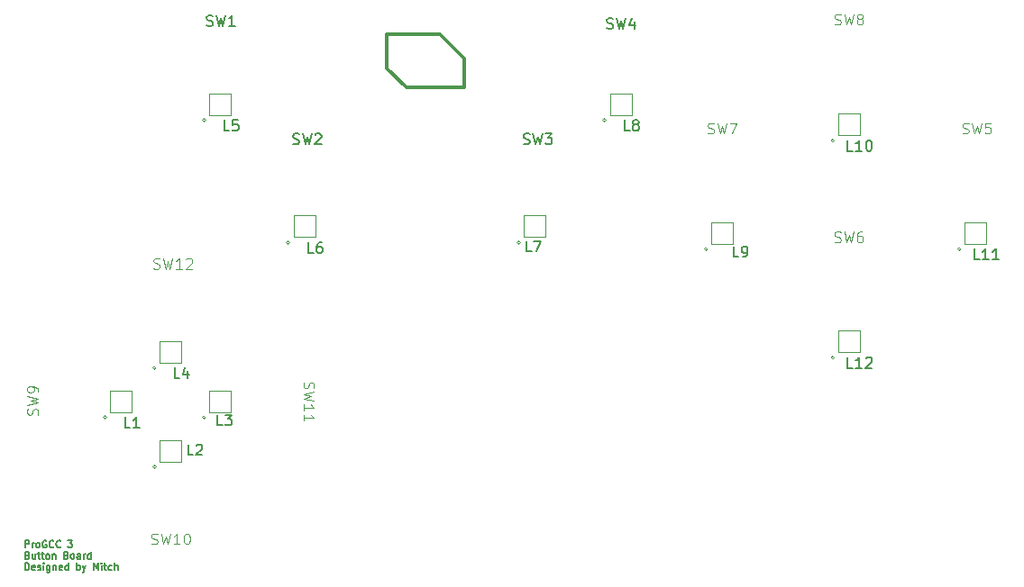
<source format=gbr>
G04 #@! TF.GenerationSoftware,KiCad,Pcbnew,7.0.2*
G04 #@! TF.CreationDate,2023-05-26T20:48:34-07:00*
G04 #@! TF.ProjectId,procon_gcc_button_board,70726f63-6f6e-45f6-9763-635f62757474,rev?*
G04 #@! TF.SameCoordinates,Original*
G04 #@! TF.FileFunction,Legend,Top*
G04 #@! TF.FilePolarity,Positive*
%FSLAX46Y46*%
G04 Gerber Fmt 4.6, Leading zero omitted, Abs format (unit mm)*
G04 Created by KiCad (PCBNEW 7.0.2) date 2023-05-26 20:48:34*
%MOMM*%
%LPD*%
G01*
G04 APERTURE LIST*
%ADD10C,0.150000*%
%ADD11C,0.100000*%
%ADD12C,0.350000*%
%ADD13C,0.120000*%
G04 APERTURE END LIST*
D10*
X105818761Y-164184452D02*
X105818761Y-163534452D01*
X105818761Y-163534452D02*
X106066380Y-163534452D01*
X106066380Y-163534452D02*
X106128285Y-163565404D01*
X106128285Y-163565404D02*
X106159238Y-163596357D01*
X106159238Y-163596357D02*
X106190190Y-163658261D01*
X106190190Y-163658261D02*
X106190190Y-163751119D01*
X106190190Y-163751119D02*
X106159238Y-163813023D01*
X106159238Y-163813023D02*
X106128285Y-163843976D01*
X106128285Y-163843976D02*
X106066380Y-163874928D01*
X106066380Y-163874928D02*
X105818761Y-163874928D01*
X106468761Y-164184452D02*
X106468761Y-163751119D01*
X106468761Y-163874928D02*
X106499714Y-163813023D01*
X106499714Y-163813023D02*
X106530666Y-163782071D01*
X106530666Y-163782071D02*
X106592571Y-163751119D01*
X106592571Y-163751119D02*
X106654476Y-163751119D01*
X106964000Y-164184452D02*
X106902095Y-164153500D01*
X106902095Y-164153500D02*
X106871142Y-164122547D01*
X106871142Y-164122547D02*
X106840190Y-164060642D01*
X106840190Y-164060642D02*
X106840190Y-163874928D01*
X106840190Y-163874928D02*
X106871142Y-163813023D01*
X106871142Y-163813023D02*
X106902095Y-163782071D01*
X106902095Y-163782071D02*
X106964000Y-163751119D01*
X106964000Y-163751119D02*
X107056857Y-163751119D01*
X107056857Y-163751119D02*
X107118761Y-163782071D01*
X107118761Y-163782071D02*
X107149714Y-163813023D01*
X107149714Y-163813023D02*
X107180666Y-163874928D01*
X107180666Y-163874928D02*
X107180666Y-164060642D01*
X107180666Y-164060642D02*
X107149714Y-164122547D01*
X107149714Y-164122547D02*
X107118761Y-164153500D01*
X107118761Y-164153500D02*
X107056857Y-164184452D01*
X107056857Y-164184452D02*
X106964000Y-164184452D01*
X107799714Y-163565404D02*
X107737809Y-163534452D01*
X107737809Y-163534452D02*
X107644952Y-163534452D01*
X107644952Y-163534452D02*
X107552095Y-163565404D01*
X107552095Y-163565404D02*
X107490190Y-163627309D01*
X107490190Y-163627309D02*
X107459237Y-163689214D01*
X107459237Y-163689214D02*
X107428285Y-163813023D01*
X107428285Y-163813023D02*
X107428285Y-163905880D01*
X107428285Y-163905880D02*
X107459237Y-164029690D01*
X107459237Y-164029690D02*
X107490190Y-164091595D01*
X107490190Y-164091595D02*
X107552095Y-164153500D01*
X107552095Y-164153500D02*
X107644952Y-164184452D01*
X107644952Y-164184452D02*
X107706856Y-164184452D01*
X107706856Y-164184452D02*
X107799714Y-164153500D01*
X107799714Y-164153500D02*
X107830666Y-164122547D01*
X107830666Y-164122547D02*
X107830666Y-163905880D01*
X107830666Y-163905880D02*
X107706856Y-163905880D01*
X108480666Y-164122547D02*
X108449714Y-164153500D01*
X108449714Y-164153500D02*
X108356856Y-164184452D01*
X108356856Y-164184452D02*
X108294952Y-164184452D01*
X108294952Y-164184452D02*
X108202095Y-164153500D01*
X108202095Y-164153500D02*
X108140190Y-164091595D01*
X108140190Y-164091595D02*
X108109237Y-164029690D01*
X108109237Y-164029690D02*
X108078285Y-163905880D01*
X108078285Y-163905880D02*
X108078285Y-163813023D01*
X108078285Y-163813023D02*
X108109237Y-163689214D01*
X108109237Y-163689214D02*
X108140190Y-163627309D01*
X108140190Y-163627309D02*
X108202095Y-163565404D01*
X108202095Y-163565404D02*
X108294952Y-163534452D01*
X108294952Y-163534452D02*
X108356856Y-163534452D01*
X108356856Y-163534452D02*
X108449714Y-163565404D01*
X108449714Y-163565404D02*
X108480666Y-163596357D01*
X109130666Y-164122547D02*
X109099714Y-164153500D01*
X109099714Y-164153500D02*
X109006856Y-164184452D01*
X109006856Y-164184452D02*
X108944952Y-164184452D01*
X108944952Y-164184452D02*
X108852095Y-164153500D01*
X108852095Y-164153500D02*
X108790190Y-164091595D01*
X108790190Y-164091595D02*
X108759237Y-164029690D01*
X108759237Y-164029690D02*
X108728285Y-163905880D01*
X108728285Y-163905880D02*
X108728285Y-163813023D01*
X108728285Y-163813023D02*
X108759237Y-163689214D01*
X108759237Y-163689214D02*
X108790190Y-163627309D01*
X108790190Y-163627309D02*
X108852095Y-163565404D01*
X108852095Y-163565404D02*
X108944952Y-163534452D01*
X108944952Y-163534452D02*
X109006856Y-163534452D01*
X109006856Y-163534452D02*
X109099714Y-163565404D01*
X109099714Y-163565404D02*
X109130666Y-163596357D01*
X109842571Y-163534452D02*
X110244952Y-163534452D01*
X110244952Y-163534452D02*
X110028285Y-163782071D01*
X110028285Y-163782071D02*
X110121142Y-163782071D01*
X110121142Y-163782071D02*
X110183047Y-163813023D01*
X110183047Y-163813023D02*
X110213999Y-163843976D01*
X110213999Y-163843976D02*
X110244952Y-163905880D01*
X110244952Y-163905880D02*
X110244952Y-164060642D01*
X110244952Y-164060642D02*
X110213999Y-164122547D01*
X110213999Y-164122547D02*
X110183047Y-164153500D01*
X110183047Y-164153500D02*
X110121142Y-164184452D01*
X110121142Y-164184452D02*
X109935428Y-164184452D01*
X109935428Y-164184452D02*
X109873523Y-164153500D01*
X109873523Y-164153500D02*
X109842571Y-164122547D01*
X106035428Y-164896976D02*
X106128285Y-164927928D01*
X106128285Y-164927928D02*
X106159238Y-164958880D01*
X106159238Y-164958880D02*
X106190190Y-165020785D01*
X106190190Y-165020785D02*
X106190190Y-165113642D01*
X106190190Y-165113642D02*
X106159238Y-165175547D01*
X106159238Y-165175547D02*
X106128285Y-165206500D01*
X106128285Y-165206500D02*
X106066380Y-165237452D01*
X106066380Y-165237452D02*
X105818761Y-165237452D01*
X105818761Y-165237452D02*
X105818761Y-164587452D01*
X105818761Y-164587452D02*
X106035428Y-164587452D01*
X106035428Y-164587452D02*
X106097333Y-164618404D01*
X106097333Y-164618404D02*
X106128285Y-164649357D01*
X106128285Y-164649357D02*
X106159238Y-164711261D01*
X106159238Y-164711261D02*
X106159238Y-164773166D01*
X106159238Y-164773166D02*
X106128285Y-164835071D01*
X106128285Y-164835071D02*
X106097333Y-164866023D01*
X106097333Y-164866023D02*
X106035428Y-164896976D01*
X106035428Y-164896976D02*
X105818761Y-164896976D01*
X106747333Y-164804119D02*
X106747333Y-165237452D01*
X106468761Y-164804119D02*
X106468761Y-165144595D01*
X106468761Y-165144595D02*
X106499714Y-165206500D01*
X106499714Y-165206500D02*
X106561619Y-165237452D01*
X106561619Y-165237452D02*
X106654476Y-165237452D01*
X106654476Y-165237452D02*
X106716380Y-165206500D01*
X106716380Y-165206500D02*
X106747333Y-165175547D01*
X106963999Y-164804119D02*
X107211618Y-164804119D01*
X107056856Y-164587452D02*
X107056856Y-165144595D01*
X107056856Y-165144595D02*
X107087809Y-165206500D01*
X107087809Y-165206500D02*
X107149714Y-165237452D01*
X107149714Y-165237452D02*
X107211618Y-165237452D01*
X107335428Y-164804119D02*
X107583047Y-164804119D01*
X107428285Y-164587452D02*
X107428285Y-165144595D01*
X107428285Y-165144595D02*
X107459238Y-165206500D01*
X107459238Y-165206500D02*
X107521143Y-165237452D01*
X107521143Y-165237452D02*
X107583047Y-165237452D01*
X107892572Y-165237452D02*
X107830667Y-165206500D01*
X107830667Y-165206500D02*
X107799714Y-165175547D01*
X107799714Y-165175547D02*
X107768762Y-165113642D01*
X107768762Y-165113642D02*
X107768762Y-164927928D01*
X107768762Y-164927928D02*
X107799714Y-164866023D01*
X107799714Y-164866023D02*
X107830667Y-164835071D01*
X107830667Y-164835071D02*
X107892572Y-164804119D01*
X107892572Y-164804119D02*
X107985429Y-164804119D01*
X107985429Y-164804119D02*
X108047333Y-164835071D01*
X108047333Y-164835071D02*
X108078286Y-164866023D01*
X108078286Y-164866023D02*
X108109238Y-164927928D01*
X108109238Y-164927928D02*
X108109238Y-165113642D01*
X108109238Y-165113642D02*
X108078286Y-165175547D01*
X108078286Y-165175547D02*
X108047333Y-165206500D01*
X108047333Y-165206500D02*
X107985429Y-165237452D01*
X107985429Y-165237452D02*
X107892572Y-165237452D01*
X108387809Y-164804119D02*
X108387809Y-165237452D01*
X108387809Y-164866023D02*
X108418762Y-164835071D01*
X108418762Y-164835071D02*
X108480667Y-164804119D01*
X108480667Y-164804119D02*
X108573524Y-164804119D01*
X108573524Y-164804119D02*
X108635428Y-164835071D01*
X108635428Y-164835071D02*
X108666381Y-164896976D01*
X108666381Y-164896976D02*
X108666381Y-165237452D01*
X109687809Y-164896976D02*
X109780666Y-164927928D01*
X109780666Y-164927928D02*
X109811619Y-164958880D01*
X109811619Y-164958880D02*
X109842571Y-165020785D01*
X109842571Y-165020785D02*
X109842571Y-165113642D01*
X109842571Y-165113642D02*
X109811619Y-165175547D01*
X109811619Y-165175547D02*
X109780666Y-165206500D01*
X109780666Y-165206500D02*
X109718761Y-165237452D01*
X109718761Y-165237452D02*
X109471142Y-165237452D01*
X109471142Y-165237452D02*
X109471142Y-164587452D01*
X109471142Y-164587452D02*
X109687809Y-164587452D01*
X109687809Y-164587452D02*
X109749714Y-164618404D01*
X109749714Y-164618404D02*
X109780666Y-164649357D01*
X109780666Y-164649357D02*
X109811619Y-164711261D01*
X109811619Y-164711261D02*
X109811619Y-164773166D01*
X109811619Y-164773166D02*
X109780666Y-164835071D01*
X109780666Y-164835071D02*
X109749714Y-164866023D01*
X109749714Y-164866023D02*
X109687809Y-164896976D01*
X109687809Y-164896976D02*
X109471142Y-164896976D01*
X110214000Y-165237452D02*
X110152095Y-165206500D01*
X110152095Y-165206500D02*
X110121142Y-165175547D01*
X110121142Y-165175547D02*
X110090190Y-165113642D01*
X110090190Y-165113642D02*
X110090190Y-164927928D01*
X110090190Y-164927928D02*
X110121142Y-164866023D01*
X110121142Y-164866023D02*
X110152095Y-164835071D01*
X110152095Y-164835071D02*
X110214000Y-164804119D01*
X110214000Y-164804119D02*
X110306857Y-164804119D01*
X110306857Y-164804119D02*
X110368761Y-164835071D01*
X110368761Y-164835071D02*
X110399714Y-164866023D01*
X110399714Y-164866023D02*
X110430666Y-164927928D01*
X110430666Y-164927928D02*
X110430666Y-165113642D01*
X110430666Y-165113642D02*
X110399714Y-165175547D01*
X110399714Y-165175547D02*
X110368761Y-165206500D01*
X110368761Y-165206500D02*
X110306857Y-165237452D01*
X110306857Y-165237452D02*
X110214000Y-165237452D01*
X110987809Y-165237452D02*
X110987809Y-164896976D01*
X110987809Y-164896976D02*
X110956856Y-164835071D01*
X110956856Y-164835071D02*
X110894952Y-164804119D01*
X110894952Y-164804119D02*
X110771142Y-164804119D01*
X110771142Y-164804119D02*
X110709237Y-164835071D01*
X110987809Y-165206500D02*
X110925904Y-165237452D01*
X110925904Y-165237452D02*
X110771142Y-165237452D01*
X110771142Y-165237452D02*
X110709237Y-165206500D01*
X110709237Y-165206500D02*
X110678285Y-165144595D01*
X110678285Y-165144595D02*
X110678285Y-165082690D01*
X110678285Y-165082690D02*
X110709237Y-165020785D01*
X110709237Y-165020785D02*
X110771142Y-164989833D01*
X110771142Y-164989833D02*
X110925904Y-164989833D01*
X110925904Y-164989833D02*
X110987809Y-164958880D01*
X111297332Y-165237452D02*
X111297332Y-164804119D01*
X111297332Y-164927928D02*
X111328285Y-164866023D01*
X111328285Y-164866023D02*
X111359237Y-164835071D01*
X111359237Y-164835071D02*
X111421142Y-164804119D01*
X111421142Y-164804119D02*
X111483047Y-164804119D01*
X111978285Y-165237452D02*
X111978285Y-164587452D01*
X111978285Y-165206500D02*
X111916380Y-165237452D01*
X111916380Y-165237452D02*
X111792571Y-165237452D01*
X111792571Y-165237452D02*
X111730666Y-165206500D01*
X111730666Y-165206500D02*
X111699713Y-165175547D01*
X111699713Y-165175547D02*
X111668761Y-165113642D01*
X111668761Y-165113642D02*
X111668761Y-164927928D01*
X111668761Y-164927928D02*
X111699713Y-164866023D01*
X111699713Y-164866023D02*
X111730666Y-164835071D01*
X111730666Y-164835071D02*
X111792571Y-164804119D01*
X111792571Y-164804119D02*
X111916380Y-164804119D01*
X111916380Y-164804119D02*
X111978285Y-164835071D01*
X105818761Y-166290452D02*
X105818761Y-165640452D01*
X105818761Y-165640452D02*
X105973523Y-165640452D01*
X105973523Y-165640452D02*
X106066380Y-165671404D01*
X106066380Y-165671404D02*
X106128285Y-165733309D01*
X106128285Y-165733309D02*
X106159238Y-165795214D01*
X106159238Y-165795214D02*
X106190190Y-165919023D01*
X106190190Y-165919023D02*
X106190190Y-166011880D01*
X106190190Y-166011880D02*
X106159238Y-166135690D01*
X106159238Y-166135690D02*
X106128285Y-166197595D01*
X106128285Y-166197595D02*
X106066380Y-166259500D01*
X106066380Y-166259500D02*
X105973523Y-166290452D01*
X105973523Y-166290452D02*
X105818761Y-166290452D01*
X106716380Y-166259500D02*
X106654476Y-166290452D01*
X106654476Y-166290452D02*
X106530666Y-166290452D01*
X106530666Y-166290452D02*
X106468761Y-166259500D01*
X106468761Y-166259500D02*
X106437809Y-166197595D01*
X106437809Y-166197595D02*
X106437809Y-165949976D01*
X106437809Y-165949976D02*
X106468761Y-165888071D01*
X106468761Y-165888071D02*
X106530666Y-165857119D01*
X106530666Y-165857119D02*
X106654476Y-165857119D01*
X106654476Y-165857119D02*
X106716380Y-165888071D01*
X106716380Y-165888071D02*
X106747333Y-165949976D01*
X106747333Y-165949976D02*
X106747333Y-166011880D01*
X106747333Y-166011880D02*
X106437809Y-166073785D01*
X106994952Y-166259500D02*
X107056857Y-166290452D01*
X107056857Y-166290452D02*
X107180666Y-166290452D01*
X107180666Y-166290452D02*
X107242571Y-166259500D01*
X107242571Y-166259500D02*
X107273523Y-166197595D01*
X107273523Y-166197595D02*
X107273523Y-166166642D01*
X107273523Y-166166642D02*
X107242571Y-166104738D01*
X107242571Y-166104738D02*
X107180666Y-166073785D01*
X107180666Y-166073785D02*
X107087809Y-166073785D01*
X107087809Y-166073785D02*
X107025904Y-166042833D01*
X107025904Y-166042833D02*
X106994952Y-165980928D01*
X106994952Y-165980928D02*
X106994952Y-165949976D01*
X106994952Y-165949976D02*
X107025904Y-165888071D01*
X107025904Y-165888071D02*
X107087809Y-165857119D01*
X107087809Y-165857119D02*
X107180666Y-165857119D01*
X107180666Y-165857119D02*
X107242571Y-165888071D01*
X107552094Y-166290452D02*
X107552094Y-165857119D01*
X107552094Y-165640452D02*
X107521142Y-165671404D01*
X107521142Y-165671404D02*
X107552094Y-165702357D01*
X107552094Y-165702357D02*
X107583047Y-165671404D01*
X107583047Y-165671404D02*
X107552094Y-165640452D01*
X107552094Y-165640452D02*
X107552094Y-165702357D01*
X108140190Y-165857119D02*
X108140190Y-166383309D01*
X108140190Y-166383309D02*
X108109237Y-166445214D01*
X108109237Y-166445214D02*
X108078285Y-166476166D01*
X108078285Y-166476166D02*
X108016380Y-166507119D01*
X108016380Y-166507119D02*
X107923523Y-166507119D01*
X107923523Y-166507119D02*
X107861618Y-166476166D01*
X108140190Y-166259500D02*
X108078285Y-166290452D01*
X108078285Y-166290452D02*
X107954476Y-166290452D01*
X107954476Y-166290452D02*
X107892571Y-166259500D01*
X107892571Y-166259500D02*
X107861618Y-166228547D01*
X107861618Y-166228547D02*
X107830666Y-166166642D01*
X107830666Y-166166642D02*
X107830666Y-165980928D01*
X107830666Y-165980928D02*
X107861618Y-165919023D01*
X107861618Y-165919023D02*
X107892571Y-165888071D01*
X107892571Y-165888071D02*
X107954476Y-165857119D01*
X107954476Y-165857119D02*
X108078285Y-165857119D01*
X108078285Y-165857119D02*
X108140190Y-165888071D01*
X108449713Y-165857119D02*
X108449713Y-166290452D01*
X108449713Y-165919023D02*
X108480666Y-165888071D01*
X108480666Y-165888071D02*
X108542571Y-165857119D01*
X108542571Y-165857119D02*
X108635428Y-165857119D01*
X108635428Y-165857119D02*
X108697332Y-165888071D01*
X108697332Y-165888071D02*
X108728285Y-165949976D01*
X108728285Y-165949976D02*
X108728285Y-166290452D01*
X109285427Y-166259500D02*
X109223523Y-166290452D01*
X109223523Y-166290452D02*
X109099713Y-166290452D01*
X109099713Y-166290452D02*
X109037808Y-166259500D01*
X109037808Y-166259500D02*
X109006856Y-166197595D01*
X109006856Y-166197595D02*
X109006856Y-165949976D01*
X109006856Y-165949976D02*
X109037808Y-165888071D01*
X109037808Y-165888071D02*
X109099713Y-165857119D01*
X109099713Y-165857119D02*
X109223523Y-165857119D01*
X109223523Y-165857119D02*
X109285427Y-165888071D01*
X109285427Y-165888071D02*
X109316380Y-165949976D01*
X109316380Y-165949976D02*
X109316380Y-166011880D01*
X109316380Y-166011880D02*
X109006856Y-166073785D01*
X109873523Y-166290452D02*
X109873523Y-165640452D01*
X109873523Y-166259500D02*
X109811618Y-166290452D01*
X109811618Y-166290452D02*
X109687809Y-166290452D01*
X109687809Y-166290452D02*
X109625904Y-166259500D01*
X109625904Y-166259500D02*
X109594951Y-166228547D01*
X109594951Y-166228547D02*
X109563999Y-166166642D01*
X109563999Y-166166642D02*
X109563999Y-165980928D01*
X109563999Y-165980928D02*
X109594951Y-165919023D01*
X109594951Y-165919023D02*
X109625904Y-165888071D01*
X109625904Y-165888071D02*
X109687809Y-165857119D01*
X109687809Y-165857119D02*
X109811618Y-165857119D01*
X109811618Y-165857119D02*
X109873523Y-165888071D01*
X110678284Y-166290452D02*
X110678284Y-165640452D01*
X110678284Y-165888071D02*
X110740189Y-165857119D01*
X110740189Y-165857119D02*
X110863999Y-165857119D01*
X110863999Y-165857119D02*
X110925903Y-165888071D01*
X110925903Y-165888071D02*
X110956856Y-165919023D01*
X110956856Y-165919023D02*
X110987808Y-165980928D01*
X110987808Y-165980928D02*
X110987808Y-166166642D01*
X110987808Y-166166642D02*
X110956856Y-166228547D01*
X110956856Y-166228547D02*
X110925903Y-166259500D01*
X110925903Y-166259500D02*
X110863999Y-166290452D01*
X110863999Y-166290452D02*
X110740189Y-166290452D01*
X110740189Y-166290452D02*
X110678284Y-166259500D01*
X111204475Y-165857119D02*
X111359237Y-166290452D01*
X111513998Y-165857119D02*
X111359237Y-166290452D01*
X111359237Y-166290452D02*
X111297332Y-166445214D01*
X111297332Y-166445214D02*
X111266379Y-166476166D01*
X111266379Y-166476166D02*
X111204475Y-166507119D01*
X112256855Y-166290452D02*
X112256855Y-165640452D01*
X112256855Y-165640452D02*
X112473522Y-166104738D01*
X112473522Y-166104738D02*
X112690189Y-165640452D01*
X112690189Y-165640452D02*
X112690189Y-166290452D01*
X112999712Y-166290452D02*
X112999712Y-165857119D01*
X112999712Y-165640452D02*
X112968760Y-165671404D01*
X112968760Y-165671404D02*
X112999712Y-165702357D01*
X112999712Y-165702357D02*
X113030665Y-165671404D01*
X113030665Y-165671404D02*
X112999712Y-165640452D01*
X112999712Y-165640452D02*
X112999712Y-165702357D01*
X113216379Y-165857119D02*
X113463998Y-165857119D01*
X113309236Y-165640452D02*
X113309236Y-166197595D01*
X113309236Y-166197595D02*
X113340189Y-166259500D01*
X113340189Y-166259500D02*
X113402094Y-166290452D01*
X113402094Y-166290452D02*
X113463998Y-166290452D01*
X113959237Y-166259500D02*
X113897332Y-166290452D01*
X113897332Y-166290452D02*
X113773523Y-166290452D01*
X113773523Y-166290452D02*
X113711618Y-166259500D01*
X113711618Y-166259500D02*
X113680665Y-166228547D01*
X113680665Y-166228547D02*
X113649713Y-166166642D01*
X113649713Y-166166642D02*
X113649713Y-165980928D01*
X113649713Y-165980928D02*
X113680665Y-165919023D01*
X113680665Y-165919023D02*
X113711618Y-165888071D01*
X113711618Y-165888071D02*
X113773523Y-165857119D01*
X113773523Y-165857119D02*
X113897332Y-165857119D01*
X113897332Y-165857119D02*
X113959237Y-165888071D01*
X114237808Y-166290452D02*
X114237808Y-165640452D01*
X114516380Y-166290452D02*
X114516380Y-165949976D01*
X114516380Y-165949976D02*
X114485427Y-165888071D01*
X114485427Y-165888071D02*
X114423523Y-165857119D01*
X114423523Y-165857119D02*
X114330666Y-165857119D01*
X114330666Y-165857119D02*
X114268761Y-165888071D01*
X114268761Y-165888071D02*
X114237808Y-165919023D01*
X160464667Y-115350000D02*
X160607524Y-115397619D01*
X160607524Y-115397619D02*
X160845619Y-115397619D01*
X160845619Y-115397619D02*
X160940857Y-115350000D01*
X160940857Y-115350000D02*
X160988476Y-115302380D01*
X160988476Y-115302380D02*
X161036095Y-115207142D01*
X161036095Y-115207142D02*
X161036095Y-115111904D01*
X161036095Y-115111904D02*
X160988476Y-115016666D01*
X160988476Y-115016666D02*
X160940857Y-114969047D01*
X160940857Y-114969047D02*
X160845619Y-114921428D01*
X160845619Y-114921428D02*
X160655143Y-114873809D01*
X160655143Y-114873809D02*
X160559905Y-114826190D01*
X160559905Y-114826190D02*
X160512286Y-114778571D01*
X160512286Y-114778571D02*
X160464667Y-114683333D01*
X160464667Y-114683333D02*
X160464667Y-114588095D01*
X160464667Y-114588095D02*
X160512286Y-114492857D01*
X160512286Y-114492857D02*
X160559905Y-114445238D01*
X160559905Y-114445238D02*
X160655143Y-114397619D01*
X160655143Y-114397619D02*
X160893238Y-114397619D01*
X160893238Y-114397619D02*
X161036095Y-114445238D01*
X161369429Y-114397619D02*
X161607524Y-115397619D01*
X161607524Y-115397619D02*
X161798000Y-114683333D01*
X161798000Y-114683333D02*
X161988476Y-115397619D01*
X161988476Y-115397619D02*
X162226572Y-114397619D01*
X163036095Y-114730952D02*
X163036095Y-115397619D01*
X162798000Y-114350000D02*
X162559905Y-115064285D01*
X162559905Y-115064285D02*
X163178952Y-115064285D01*
X130974667Y-126211000D02*
X131117524Y-126258619D01*
X131117524Y-126258619D02*
X131355619Y-126258619D01*
X131355619Y-126258619D02*
X131450857Y-126211000D01*
X131450857Y-126211000D02*
X131498476Y-126163380D01*
X131498476Y-126163380D02*
X131546095Y-126068142D01*
X131546095Y-126068142D02*
X131546095Y-125972904D01*
X131546095Y-125972904D02*
X131498476Y-125877666D01*
X131498476Y-125877666D02*
X131450857Y-125830047D01*
X131450857Y-125830047D02*
X131355619Y-125782428D01*
X131355619Y-125782428D02*
X131165143Y-125734809D01*
X131165143Y-125734809D02*
X131069905Y-125687190D01*
X131069905Y-125687190D02*
X131022286Y-125639571D01*
X131022286Y-125639571D02*
X130974667Y-125544333D01*
X130974667Y-125544333D02*
X130974667Y-125449095D01*
X130974667Y-125449095D02*
X131022286Y-125353857D01*
X131022286Y-125353857D02*
X131069905Y-125306238D01*
X131069905Y-125306238D02*
X131165143Y-125258619D01*
X131165143Y-125258619D02*
X131403238Y-125258619D01*
X131403238Y-125258619D02*
X131546095Y-125306238D01*
X131879429Y-125258619D02*
X132117524Y-126258619D01*
X132117524Y-126258619D02*
X132308000Y-125544333D01*
X132308000Y-125544333D02*
X132498476Y-126258619D01*
X132498476Y-126258619D02*
X132736572Y-125258619D01*
X133069905Y-125353857D02*
X133117524Y-125306238D01*
X133117524Y-125306238D02*
X133212762Y-125258619D01*
X133212762Y-125258619D02*
X133450857Y-125258619D01*
X133450857Y-125258619D02*
X133546095Y-125306238D01*
X133546095Y-125306238D02*
X133593714Y-125353857D01*
X133593714Y-125353857D02*
X133641333Y-125449095D01*
X133641333Y-125449095D02*
X133641333Y-125544333D01*
X133641333Y-125544333D02*
X133593714Y-125687190D01*
X133593714Y-125687190D02*
X133022286Y-126258619D01*
X133022286Y-126258619D02*
X133641333Y-126258619D01*
X132897333Y-136480619D02*
X132421143Y-136480619D01*
X132421143Y-136480619D02*
X132421143Y-135480619D01*
X133659238Y-135480619D02*
X133468762Y-135480619D01*
X133468762Y-135480619D02*
X133373524Y-135528238D01*
X133373524Y-135528238D02*
X133325905Y-135575857D01*
X133325905Y-135575857D02*
X133230667Y-135718714D01*
X133230667Y-135718714D02*
X133183048Y-135909190D01*
X133183048Y-135909190D02*
X133183048Y-136290142D01*
X133183048Y-136290142D02*
X133230667Y-136385380D01*
X133230667Y-136385380D02*
X133278286Y-136433000D01*
X133278286Y-136433000D02*
X133373524Y-136480619D01*
X133373524Y-136480619D02*
X133564000Y-136480619D01*
X133564000Y-136480619D02*
X133659238Y-136433000D01*
X133659238Y-136433000D02*
X133706857Y-136385380D01*
X133706857Y-136385380D02*
X133754476Y-136290142D01*
X133754476Y-136290142D02*
X133754476Y-136052047D01*
X133754476Y-136052047D02*
X133706857Y-135956809D01*
X133706857Y-135956809D02*
X133659238Y-135909190D01*
X133659238Y-135909190D02*
X133564000Y-135861571D01*
X133564000Y-135861571D02*
X133373524Y-135861571D01*
X133373524Y-135861571D02*
X133278286Y-135909190D01*
X133278286Y-135909190D02*
X133230667Y-135956809D01*
X133230667Y-135956809D02*
X133183048Y-136052047D01*
X122872667Y-115096000D02*
X123015524Y-115143619D01*
X123015524Y-115143619D02*
X123253619Y-115143619D01*
X123253619Y-115143619D02*
X123348857Y-115096000D01*
X123348857Y-115096000D02*
X123396476Y-115048380D01*
X123396476Y-115048380D02*
X123444095Y-114953142D01*
X123444095Y-114953142D02*
X123444095Y-114857904D01*
X123444095Y-114857904D02*
X123396476Y-114762666D01*
X123396476Y-114762666D02*
X123348857Y-114715047D01*
X123348857Y-114715047D02*
X123253619Y-114667428D01*
X123253619Y-114667428D02*
X123063143Y-114619809D01*
X123063143Y-114619809D02*
X122967905Y-114572190D01*
X122967905Y-114572190D02*
X122920286Y-114524571D01*
X122920286Y-114524571D02*
X122872667Y-114429333D01*
X122872667Y-114429333D02*
X122872667Y-114334095D01*
X122872667Y-114334095D02*
X122920286Y-114238857D01*
X122920286Y-114238857D02*
X122967905Y-114191238D01*
X122967905Y-114191238D02*
X123063143Y-114143619D01*
X123063143Y-114143619D02*
X123301238Y-114143619D01*
X123301238Y-114143619D02*
X123444095Y-114191238D01*
X123777429Y-114143619D02*
X124015524Y-115143619D01*
X124015524Y-115143619D02*
X124206000Y-114429333D01*
X124206000Y-114429333D02*
X124396476Y-115143619D01*
X124396476Y-115143619D02*
X124634572Y-114143619D01*
X125539333Y-115143619D02*
X124967905Y-115143619D01*
X125253619Y-115143619D02*
X125253619Y-114143619D01*
X125253619Y-114143619D02*
X125158381Y-114286476D01*
X125158381Y-114286476D02*
X125063143Y-114381714D01*
X125063143Y-114381714D02*
X124967905Y-114429333D01*
X120327333Y-148265619D02*
X119851143Y-148265619D01*
X119851143Y-148265619D02*
X119851143Y-147265619D01*
X121089238Y-147598952D02*
X121089238Y-148265619D01*
X120851143Y-147218000D02*
X120613048Y-147932285D01*
X120613048Y-147932285D02*
X121232095Y-147932285D01*
X121584153Y-155491659D02*
X121107963Y-155491659D01*
X121107963Y-155491659D02*
X121107963Y-154491659D01*
X121869868Y-154586897D02*
X121917487Y-154539278D01*
X121917487Y-154539278D02*
X122012725Y-154491659D01*
X122012725Y-154491659D02*
X122250820Y-154491659D01*
X122250820Y-154491659D02*
X122346058Y-154539278D01*
X122346058Y-154539278D02*
X122393677Y-154586897D01*
X122393677Y-154586897D02*
X122441296Y-154682135D01*
X122441296Y-154682135D02*
X122441296Y-154777373D01*
X122441296Y-154777373D02*
X122393677Y-154920230D01*
X122393677Y-154920230D02*
X121822249Y-155491659D01*
X121822249Y-155491659D02*
X122441296Y-155491659D01*
X183551142Y-147290619D02*
X183074952Y-147290619D01*
X183074952Y-147290619D02*
X183074952Y-146290619D01*
X184408285Y-147290619D02*
X183836857Y-147290619D01*
X184122571Y-147290619D02*
X184122571Y-146290619D01*
X184122571Y-146290619D02*
X184027333Y-146433476D01*
X184027333Y-146433476D02*
X183932095Y-146528714D01*
X183932095Y-146528714D02*
X183836857Y-146576333D01*
X184789238Y-146385857D02*
X184836857Y-146338238D01*
X184836857Y-146338238D02*
X184932095Y-146290619D01*
X184932095Y-146290619D02*
X185170190Y-146290619D01*
X185170190Y-146290619D02*
X185265428Y-146338238D01*
X185265428Y-146338238D02*
X185313047Y-146385857D01*
X185313047Y-146385857D02*
X185360666Y-146481095D01*
X185360666Y-146481095D02*
X185360666Y-146576333D01*
X185360666Y-146576333D02*
X185313047Y-146719190D01*
X185313047Y-146719190D02*
X184741619Y-147290619D01*
X184741619Y-147290619D02*
X185360666Y-147290619D01*
X124997333Y-124980619D02*
X124521143Y-124980619D01*
X124521143Y-124980619D02*
X124521143Y-123980619D01*
X125806857Y-123980619D02*
X125330667Y-123980619D01*
X125330667Y-123980619D02*
X125283048Y-124456809D01*
X125283048Y-124456809D02*
X125330667Y-124409190D01*
X125330667Y-124409190D02*
X125425905Y-124361571D01*
X125425905Y-124361571D02*
X125664000Y-124361571D01*
X125664000Y-124361571D02*
X125759238Y-124409190D01*
X125759238Y-124409190D02*
X125806857Y-124456809D01*
X125806857Y-124456809D02*
X125854476Y-124552047D01*
X125854476Y-124552047D02*
X125854476Y-124790142D01*
X125854476Y-124790142D02*
X125806857Y-124885380D01*
X125806857Y-124885380D02*
X125759238Y-124933000D01*
X125759238Y-124933000D02*
X125664000Y-124980619D01*
X125664000Y-124980619D02*
X125425905Y-124980619D01*
X125425905Y-124980619D02*
X125330667Y-124933000D01*
X125330667Y-124933000D02*
X125283048Y-124885380D01*
X172807333Y-136860619D02*
X172331143Y-136860619D01*
X172331143Y-136860619D02*
X172331143Y-135860619D01*
X173188286Y-136860619D02*
X173378762Y-136860619D01*
X173378762Y-136860619D02*
X173474000Y-136813000D01*
X173474000Y-136813000D02*
X173521619Y-136765380D01*
X173521619Y-136765380D02*
X173616857Y-136622523D01*
X173616857Y-136622523D02*
X173664476Y-136432047D01*
X173664476Y-136432047D02*
X173664476Y-136051095D01*
X173664476Y-136051095D02*
X173616857Y-135955857D01*
X173616857Y-135955857D02*
X173569238Y-135908238D01*
X173569238Y-135908238D02*
X173474000Y-135860619D01*
X173474000Y-135860619D02*
X173283524Y-135860619D01*
X173283524Y-135860619D02*
X173188286Y-135908238D01*
X173188286Y-135908238D02*
X173140667Y-135955857D01*
X173140667Y-135955857D02*
X173093048Y-136051095D01*
X173093048Y-136051095D02*
X173093048Y-136289190D01*
X173093048Y-136289190D02*
X173140667Y-136384428D01*
X173140667Y-136384428D02*
X173188286Y-136432047D01*
X173188286Y-136432047D02*
X173283524Y-136479666D01*
X173283524Y-136479666D02*
X173474000Y-136479666D01*
X173474000Y-136479666D02*
X173569238Y-136432047D01*
X173569238Y-136432047D02*
X173616857Y-136384428D01*
X173616857Y-136384428D02*
X173664476Y-136289190D01*
D11*
X117668476Y-163826040D02*
X117811333Y-163873659D01*
X117811333Y-163873659D02*
X118049428Y-163873659D01*
X118049428Y-163873659D02*
X118144666Y-163826040D01*
X118144666Y-163826040D02*
X118192285Y-163778420D01*
X118192285Y-163778420D02*
X118239904Y-163683182D01*
X118239904Y-163683182D02*
X118239904Y-163587944D01*
X118239904Y-163587944D02*
X118192285Y-163492706D01*
X118192285Y-163492706D02*
X118144666Y-163445087D01*
X118144666Y-163445087D02*
X118049428Y-163397468D01*
X118049428Y-163397468D02*
X117858952Y-163349849D01*
X117858952Y-163349849D02*
X117763714Y-163302230D01*
X117763714Y-163302230D02*
X117716095Y-163254611D01*
X117716095Y-163254611D02*
X117668476Y-163159373D01*
X117668476Y-163159373D02*
X117668476Y-163064135D01*
X117668476Y-163064135D02*
X117716095Y-162968897D01*
X117716095Y-162968897D02*
X117763714Y-162921278D01*
X117763714Y-162921278D02*
X117858952Y-162873659D01*
X117858952Y-162873659D02*
X118097047Y-162873659D01*
X118097047Y-162873659D02*
X118239904Y-162921278D01*
X118573238Y-162873659D02*
X118811333Y-163873659D01*
X118811333Y-163873659D02*
X119001809Y-163159373D01*
X119001809Y-163159373D02*
X119192285Y-163873659D01*
X119192285Y-163873659D02*
X119430381Y-162873659D01*
X120335142Y-163873659D02*
X119763714Y-163873659D01*
X120049428Y-163873659D02*
X120049428Y-162873659D01*
X120049428Y-162873659D02*
X119954190Y-163016516D01*
X119954190Y-163016516D02*
X119858952Y-163111754D01*
X119858952Y-163111754D02*
X119763714Y-163159373D01*
X120954190Y-162873659D02*
X121049428Y-162873659D01*
X121049428Y-162873659D02*
X121144666Y-162921278D01*
X121144666Y-162921278D02*
X121192285Y-162968897D01*
X121192285Y-162968897D02*
X121239904Y-163064135D01*
X121239904Y-163064135D02*
X121287523Y-163254611D01*
X121287523Y-163254611D02*
X121287523Y-163492706D01*
X121287523Y-163492706D02*
X121239904Y-163683182D01*
X121239904Y-163683182D02*
X121192285Y-163778420D01*
X121192285Y-163778420D02*
X121144666Y-163826040D01*
X121144666Y-163826040D02*
X121049428Y-163873659D01*
X121049428Y-163873659D02*
X120954190Y-163873659D01*
X120954190Y-163873659D02*
X120858952Y-163826040D01*
X120858952Y-163826040D02*
X120811333Y-163778420D01*
X120811333Y-163778420D02*
X120763714Y-163683182D01*
X120763714Y-163683182D02*
X120716095Y-163492706D01*
X120716095Y-163492706D02*
X120716095Y-163254611D01*
X120716095Y-163254611D02*
X120763714Y-163064135D01*
X120763714Y-163064135D02*
X120811333Y-162968897D01*
X120811333Y-162968897D02*
X120858952Y-162921278D01*
X120858952Y-162921278D02*
X120954190Y-162873659D01*
D10*
X115677333Y-152915619D02*
X115201143Y-152915619D01*
X115201143Y-152915619D02*
X115201143Y-151915619D01*
X116534476Y-152915619D02*
X115963048Y-152915619D01*
X116248762Y-152915619D02*
X116248762Y-151915619D01*
X116248762Y-151915619D02*
X116153524Y-152058476D01*
X116153524Y-152058476D02*
X116058286Y-152153714D01*
X116058286Y-152153714D02*
X115963048Y-152201333D01*
X124368153Y-152697659D02*
X123891963Y-152697659D01*
X123891963Y-152697659D02*
X123891963Y-151697659D01*
X124606249Y-151697659D02*
X125225296Y-151697659D01*
X125225296Y-151697659D02*
X124891963Y-152078611D01*
X124891963Y-152078611D02*
X125034820Y-152078611D01*
X125034820Y-152078611D02*
X125130058Y-152126230D01*
X125130058Y-152126230D02*
X125177677Y-152173849D01*
X125177677Y-152173849D02*
X125225296Y-152269087D01*
X125225296Y-152269087D02*
X125225296Y-152507182D01*
X125225296Y-152507182D02*
X125177677Y-152602420D01*
X125177677Y-152602420D02*
X125130058Y-152650040D01*
X125130058Y-152650040D02*
X125034820Y-152697659D01*
X125034820Y-152697659D02*
X124749106Y-152697659D01*
X124749106Y-152697659D02*
X124653868Y-152650040D01*
X124653868Y-152650040D02*
X124606249Y-152602420D01*
X195451142Y-137090619D02*
X194974952Y-137090619D01*
X194974952Y-137090619D02*
X194974952Y-136090619D01*
X196308285Y-137090619D02*
X195736857Y-137090619D01*
X196022571Y-137090619D02*
X196022571Y-136090619D01*
X196022571Y-136090619D02*
X195927333Y-136233476D01*
X195927333Y-136233476D02*
X195832095Y-136328714D01*
X195832095Y-136328714D02*
X195736857Y-136376333D01*
X197260666Y-137090619D02*
X196689238Y-137090619D01*
X196974952Y-137090619D02*
X196974952Y-136090619D01*
X196974952Y-136090619D02*
X196879714Y-136233476D01*
X196879714Y-136233476D02*
X196784476Y-136328714D01*
X196784476Y-136328714D02*
X196689238Y-136376333D01*
X153376333Y-136352619D02*
X152900143Y-136352619D01*
X152900143Y-136352619D02*
X152900143Y-135352619D01*
X153614429Y-135352619D02*
X154281095Y-135352619D01*
X154281095Y-135352619D02*
X153852524Y-136352619D01*
D11*
X169944667Y-125207100D02*
X170087524Y-125254719D01*
X170087524Y-125254719D02*
X170325619Y-125254719D01*
X170325619Y-125254719D02*
X170420857Y-125207100D01*
X170420857Y-125207100D02*
X170468476Y-125159480D01*
X170468476Y-125159480D02*
X170516095Y-125064242D01*
X170516095Y-125064242D02*
X170516095Y-124969004D01*
X170516095Y-124969004D02*
X170468476Y-124873766D01*
X170468476Y-124873766D02*
X170420857Y-124826147D01*
X170420857Y-124826147D02*
X170325619Y-124778528D01*
X170325619Y-124778528D02*
X170135143Y-124730909D01*
X170135143Y-124730909D02*
X170039905Y-124683290D01*
X170039905Y-124683290D02*
X169992286Y-124635671D01*
X169992286Y-124635671D02*
X169944667Y-124540433D01*
X169944667Y-124540433D02*
X169944667Y-124445195D01*
X169944667Y-124445195D02*
X169992286Y-124349957D01*
X169992286Y-124349957D02*
X170039905Y-124302338D01*
X170039905Y-124302338D02*
X170135143Y-124254719D01*
X170135143Y-124254719D02*
X170373238Y-124254719D01*
X170373238Y-124254719D02*
X170516095Y-124302338D01*
X170849429Y-124254719D02*
X171087524Y-125254719D01*
X171087524Y-125254719D02*
X171278000Y-124540433D01*
X171278000Y-124540433D02*
X171468476Y-125254719D01*
X171468476Y-125254719D02*
X171706572Y-124254719D01*
X171992286Y-124254719D02*
X172658952Y-124254719D01*
X172658952Y-124254719D02*
X172230381Y-125254719D01*
D10*
X183551142Y-126890619D02*
X183074952Y-126890619D01*
X183074952Y-126890619D02*
X183074952Y-125890619D01*
X184408285Y-126890619D02*
X183836857Y-126890619D01*
X184122571Y-126890619D02*
X184122571Y-125890619D01*
X184122571Y-125890619D02*
X184027333Y-126033476D01*
X184027333Y-126033476D02*
X183932095Y-126128714D01*
X183932095Y-126128714D02*
X183836857Y-126176333D01*
X185027333Y-125890619D02*
X185122571Y-125890619D01*
X185122571Y-125890619D02*
X185217809Y-125938238D01*
X185217809Y-125938238D02*
X185265428Y-125985857D01*
X185265428Y-125985857D02*
X185313047Y-126081095D01*
X185313047Y-126081095D02*
X185360666Y-126271571D01*
X185360666Y-126271571D02*
X185360666Y-126509666D01*
X185360666Y-126509666D02*
X185313047Y-126700142D01*
X185313047Y-126700142D02*
X185265428Y-126795380D01*
X185265428Y-126795380D02*
X185217809Y-126843000D01*
X185217809Y-126843000D02*
X185122571Y-126890619D01*
X185122571Y-126890619D02*
X185027333Y-126890619D01*
X185027333Y-126890619D02*
X184932095Y-126843000D01*
X184932095Y-126843000D02*
X184884476Y-126795380D01*
X184884476Y-126795380D02*
X184836857Y-126700142D01*
X184836857Y-126700142D02*
X184789238Y-126509666D01*
X184789238Y-126509666D02*
X184789238Y-126271571D01*
X184789238Y-126271571D02*
X184836857Y-126081095D01*
X184836857Y-126081095D02*
X184884476Y-125985857D01*
X184884476Y-125985857D02*
X184932095Y-125938238D01*
X184932095Y-125938238D02*
X185027333Y-125890619D01*
D11*
X193859347Y-125207100D02*
X194002204Y-125254719D01*
X194002204Y-125254719D02*
X194240299Y-125254719D01*
X194240299Y-125254719D02*
X194335537Y-125207100D01*
X194335537Y-125207100D02*
X194383156Y-125159480D01*
X194383156Y-125159480D02*
X194430775Y-125064242D01*
X194430775Y-125064242D02*
X194430775Y-124969004D01*
X194430775Y-124969004D02*
X194383156Y-124873766D01*
X194383156Y-124873766D02*
X194335537Y-124826147D01*
X194335537Y-124826147D02*
X194240299Y-124778528D01*
X194240299Y-124778528D02*
X194049823Y-124730909D01*
X194049823Y-124730909D02*
X193954585Y-124683290D01*
X193954585Y-124683290D02*
X193906966Y-124635671D01*
X193906966Y-124635671D02*
X193859347Y-124540433D01*
X193859347Y-124540433D02*
X193859347Y-124445195D01*
X193859347Y-124445195D02*
X193906966Y-124349957D01*
X193906966Y-124349957D02*
X193954585Y-124302338D01*
X193954585Y-124302338D02*
X194049823Y-124254719D01*
X194049823Y-124254719D02*
X194287918Y-124254719D01*
X194287918Y-124254719D02*
X194430775Y-124302338D01*
X194764109Y-124254719D02*
X195002204Y-125254719D01*
X195002204Y-125254719D02*
X195192680Y-124540433D01*
X195192680Y-124540433D02*
X195383156Y-125254719D01*
X195383156Y-125254719D02*
X195621252Y-124254719D01*
X196478394Y-124254719D02*
X196002204Y-124254719D01*
X196002204Y-124254719D02*
X195954585Y-124730909D01*
X195954585Y-124730909D02*
X196002204Y-124683290D01*
X196002204Y-124683290D02*
X196097442Y-124635671D01*
X196097442Y-124635671D02*
X196335537Y-124635671D01*
X196335537Y-124635671D02*
X196430775Y-124683290D01*
X196430775Y-124683290D02*
X196478394Y-124730909D01*
X196478394Y-124730909D02*
X196526013Y-124826147D01*
X196526013Y-124826147D02*
X196526013Y-125064242D01*
X196526013Y-125064242D02*
X196478394Y-125159480D01*
X196478394Y-125159480D02*
X196430775Y-125207100D01*
X196430775Y-125207100D02*
X196335537Y-125254719D01*
X196335537Y-125254719D02*
X196097442Y-125254719D01*
X196097442Y-125254719D02*
X196002204Y-125207100D01*
X196002204Y-125207100D02*
X195954585Y-125159480D01*
X181844667Y-135433000D02*
X181987524Y-135480619D01*
X181987524Y-135480619D02*
X182225619Y-135480619D01*
X182225619Y-135480619D02*
X182320857Y-135433000D01*
X182320857Y-135433000D02*
X182368476Y-135385380D01*
X182368476Y-135385380D02*
X182416095Y-135290142D01*
X182416095Y-135290142D02*
X182416095Y-135194904D01*
X182416095Y-135194904D02*
X182368476Y-135099666D01*
X182368476Y-135099666D02*
X182320857Y-135052047D01*
X182320857Y-135052047D02*
X182225619Y-135004428D01*
X182225619Y-135004428D02*
X182035143Y-134956809D01*
X182035143Y-134956809D02*
X181939905Y-134909190D01*
X181939905Y-134909190D02*
X181892286Y-134861571D01*
X181892286Y-134861571D02*
X181844667Y-134766333D01*
X181844667Y-134766333D02*
X181844667Y-134671095D01*
X181844667Y-134671095D02*
X181892286Y-134575857D01*
X181892286Y-134575857D02*
X181939905Y-134528238D01*
X181939905Y-134528238D02*
X182035143Y-134480619D01*
X182035143Y-134480619D02*
X182273238Y-134480619D01*
X182273238Y-134480619D02*
X182416095Y-134528238D01*
X182749429Y-134480619D02*
X182987524Y-135480619D01*
X182987524Y-135480619D02*
X183178000Y-134766333D01*
X183178000Y-134766333D02*
X183368476Y-135480619D01*
X183368476Y-135480619D02*
X183606572Y-134480619D01*
X184416095Y-134480619D02*
X184225619Y-134480619D01*
X184225619Y-134480619D02*
X184130381Y-134528238D01*
X184130381Y-134528238D02*
X184082762Y-134575857D01*
X184082762Y-134575857D02*
X183987524Y-134718714D01*
X183987524Y-134718714D02*
X183939905Y-134909190D01*
X183939905Y-134909190D02*
X183939905Y-135290142D01*
X183939905Y-135290142D02*
X183987524Y-135385380D01*
X183987524Y-135385380D02*
X184035143Y-135433000D01*
X184035143Y-135433000D02*
X184130381Y-135480619D01*
X184130381Y-135480619D02*
X184320857Y-135480619D01*
X184320857Y-135480619D02*
X184416095Y-135433000D01*
X184416095Y-135433000D02*
X184463714Y-135385380D01*
X184463714Y-135385380D02*
X184511333Y-135290142D01*
X184511333Y-135290142D02*
X184511333Y-135052047D01*
X184511333Y-135052047D02*
X184463714Y-134956809D01*
X184463714Y-134956809D02*
X184416095Y-134909190D01*
X184416095Y-134909190D02*
X184320857Y-134861571D01*
X184320857Y-134861571D02*
X184130381Y-134861571D01*
X184130381Y-134861571D02*
X184035143Y-134909190D01*
X184035143Y-134909190D02*
X183987524Y-134956809D01*
X183987524Y-134956809D02*
X183939905Y-135052047D01*
D10*
X152624667Y-126211000D02*
X152767524Y-126258619D01*
X152767524Y-126258619D02*
X153005619Y-126258619D01*
X153005619Y-126258619D02*
X153100857Y-126211000D01*
X153100857Y-126211000D02*
X153148476Y-126163380D01*
X153148476Y-126163380D02*
X153196095Y-126068142D01*
X153196095Y-126068142D02*
X153196095Y-125972904D01*
X153196095Y-125972904D02*
X153148476Y-125877666D01*
X153148476Y-125877666D02*
X153100857Y-125830047D01*
X153100857Y-125830047D02*
X153005619Y-125782428D01*
X153005619Y-125782428D02*
X152815143Y-125734809D01*
X152815143Y-125734809D02*
X152719905Y-125687190D01*
X152719905Y-125687190D02*
X152672286Y-125639571D01*
X152672286Y-125639571D02*
X152624667Y-125544333D01*
X152624667Y-125544333D02*
X152624667Y-125449095D01*
X152624667Y-125449095D02*
X152672286Y-125353857D01*
X152672286Y-125353857D02*
X152719905Y-125306238D01*
X152719905Y-125306238D02*
X152815143Y-125258619D01*
X152815143Y-125258619D02*
X153053238Y-125258619D01*
X153053238Y-125258619D02*
X153196095Y-125306238D01*
X153529429Y-125258619D02*
X153767524Y-126258619D01*
X153767524Y-126258619D02*
X153958000Y-125544333D01*
X153958000Y-125544333D02*
X154148476Y-126258619D01*
X154148476Y-126258619D02*
X154386572Y-125258619D01*
X154672286Y-125258619D02*
X155291333Y-125258619D01*
X155291333Y-125258619D02*
X154958000Y-125639571D01*
X154958000Y-125639571D02*
X155100857Y-125639571D01*
X155100857Y-125639571D02*
X155196095Y-125687190D01*
X155196095Y-125687190D02*
X155243714Y-125734809D01*
X155243714Y-125734809D02*
X155291333Y-125830047D01*
X155291333Y-125830047D02*
X155291333Y-126068142D01*
X155291333Y-126068142D02*
X155243714Y-126163380D01*
X155243714Y-126163380D02*
X155196095Y-126211000D01*
X155196095Y-126211000D02*
X155100857Y-126258619D01*
X155100857Y-126258619D02*
X154815143Y-126258619D01*
X154815143Y-126258619D02*
X154719905Y-126211000D01*
X154719905Y-126211000D02*
X154672286Y-126163380D01*
X162597333Y-124980619D02*
X162121143Y-124980619D01*
X162121143Y-124980619D02*
X162121143Y-123980619D01*
X163073524Y-124409190D02*
X162978286Y-124361571D01*
X162978286Y-124361571D02*
X162930667Y-124313952D01*
X162930667Y-124313952D02*
X162883048Y-124218714D01*
X162883048Y-124218714D02*
X162883048Y-124171095D01*
X162883048Y-124171095D02*
X162930667Y-124075857D01*
X162930667Y-124075857D02*
X162978286Y-124028238D01*
X162978286Y-124028238D02*
X163073524Y-123980619D01*
X163073524Y-123980619D02*
X163264000Y-123980619D01*
X163264000Y-123980619D02*
X163359238Y-124028238D01*
X163359238Y-124028238D02*
X163406857Y-124075857D01*
X163406857Y-124075857D02*
X163454476Y-124171095D01*
X163454476Y-124171095D02*
X163454476Y-124218714D01*
X163454476Y-124218714D02*
X163406857Y-124313952D01*
X163406857Y-124313952D02*
X163359238Y-124361571D01*
X163359238Y-124361571D02*
X163264000Y-124409190D01*
X163264000Y-124409190D02*
X163073524Y-124409190D01*
X163073524Y-124409190D02*
X162978286Y-124456809D01*
X162978286Y-124456809D02*
X162930667Y-124504428D01*
X162930667Y-124504428D02*
X162883048Y-124599666D01*
X162883048Y-124599666D02*
X162883048Y-124790142D01*
X162883048Y-124790142D02*
X162930667Y-124885380D01*
X162930667Y-124885380D02*
X162978286Y-124933000D01*
X162978286Y-124933000D02*
X163073524Y-124980619D01*
X163073524Y-124980619D02*
X163264000Y-124980619D01*
X163264000Y-124980619D02*
X163359238Y-124933000D01*
X163359238Y-124933000D02*
X163406857Y-124885380D01*
X163406857Y-124885380D02*
X163454476Y-124790142D01*
X163454476Y-124790142D02*
X163454476Y-124599666D01*
X163454476Y-124599666D02*
X163406857Y-124504428D01*
X163406857Y-124504428D02*
X163359238Y-124456809D01*
X163359238Y-124456809D02*
X163264000Y-124409190D01*
D11*
X106968000Y-151701332D02*
X107015619Y-151558475D01*
X107015619Y-151558475D02*
X107015619Y-151320380D01*
X107015619Y-151320380D02*
X106968000Y-151225142D01*
X106968000Y-151225142D02*
X106920380Y-151177523D01*
X106920380Y-151177523D02*
X106825142Y-151129904D01*
X106825142Y-151129904D02*
X106729904Y-151129904D01*
X106729904Y-151129904D02*
X106634666Y-151177523D01*
X106634666Y-151177523D02*
X106587047Y-151225142D01*
X106587047Y-151225142D02*
X106539428Y-151320380D01*
X106539428Y-151320380D02*
X106491809Y-151510856D01*
X106491809Y-151510856D02*
X106444190Y-151606094D01*
X106444190Y-151606094D02*
X106396571Y-151653713D01*
X106396571Y-151653713D02*
X106301333Y-151701332D01*
X106301333Y-151701332D02*
X106206095Y-151701332D01*
X106206095Y-151701332D02*
X106110857Y-151653713D01*
X106110857Y-151653713D02*
X106063238Y-151606094D01*
X106063238Y-151606094D02*
X106015619Y-151510856D01*
X106015619Y-151510856D02*
X106015619Y-151272761D01*
X106015619Y-151272761D02*
X106063238Y-151129904D01*
X106015619Y-150796570D02*
X107015619Y-150558475D01*
X107015619Y-150558475D02*
X106301333Y-150367999D01*
X106301333Y-150367999D02*
X107015619Y-150177523D01*
X107015619Y-150177523D02*
X106015619Y-149939428D01*
X107015619Y-149510856D02*
X107015619Y-149320380D01*
X107015619Y-149320380D02*
X106968000Y-149225142D01*
X106968000Y-149225142D02*
X106920380Y-149177523D01*
X106920380Y-149177523D02*
X106777523Y-149082285D01*
X106777523Y-149082285D02*
X106587047Y-149034666D01*
X106587047Y-149034666D02*
X106206095Y-149034666D01*
X106206095Y-149034666D02*
X106110857Y-149082285D01*
X106110857Y-149082285D02*
X106063238Y-149129904D01*
X106063238Y-149129904D02*
X106015619Y-149225142D01*
X106015619Y-149225142D02*
X106015619Y-149415618D01*
X106015619Y-149415618D02*
X106063238Y-149510856D01*
X106063238Y-149510856D02*
X106110857Y-149558475D01*
X106110857Y-149558475D02*
X106206095Y-149606094D01*
X106206095Y-149606094D02*
X106444190Y-149606094D01*
X106444190Y-149606094D02*
X106539428Y-149558475D01*
X106539428Y-149558475D02*
X106587047Y-149510856D01*
X106587047Y-149510856D02*
X106634666Y-149415618D01*
X106634666Y-149415618D02*
X106634666Y-149225142D01*
X106634666Y-149225142D02*
X106587047Y-149129904D01*
X106587047Y-149129904D02*
X106539428Y-149082285D01*
X106539428Y-149082285D02*
X106444190Y-149034666D01*
X181844667Y-114975000D02*
X181987524Y-115022619D01*
X181987524Y-115022619D02*
X182225619Y-115022619D01*
X182225619Y-115022619D02*
X182320857Y-114975000D01*
X182320857Y-114975000D02*
X182368476Y-114927380D01*
X182368476Y-114927380D02*
X182416095Y-114832142D01*
X182416095Y-114832142D02*
X182416095Y-114736904D01*
X182416095Y-114736904D02*
X182368476Y-114641666D01*
X182368476Y-114641666D02*
X182320857Y-114594047D01*
X182320857Y-114594047D02*
X182225619Y-114546428D01*
X182225619Y-114546428D02*
X182035143Y-114498809D01*
X182035143Y-114498809D02*
X181939905Y-114451190D01*
X181939905Y-114451190D02*
X181892286Y-114403571D01*
X181892286Y-114403571D02*
X181844667Y-114308333D01*
X181844667Y-114308333D02*
X181844667Y-114213095D01*
X181844667Y-114213095D02*
X181892286Y-114117857D01*
X181892286Y-114117857D02*
X181939905Y-114070238D01*
X181939905Y-114070238D02*
X182035143Y-114022619D01*
X182035143Y-114022619D02*
X182273238Y-114022619D01*
X182273238Y-114022619D02*
X182416095Y-114070238D01*
X182749429Y-114022619D02*
X182987524Y-115022619D01*
X182987524Y-115022619D02*
X183178000Y-114308333D01*
X183178000Y-114308333D02*
X183368476Y-115022619D01*
X183368476Y-115022619D02*
X183606572Y-114022619D01*
X184130381Y-114451190D02*
X184035143Y-114403571D01*
X184035143Y-114403571D02*
X183987524Y-114355952D01*
X183987524Y-114355952D02*
X183939905Y-114260714D01*
X183939905Y-114260714D02*
X183939905Y-114213095D01*
X183939905Y-114213095D02*
X183987524Y-114117857D01*
X183987524Y-114117857D02*
X184035143Y-114070238D01*
X184035143Y-114070238D02*
X184130381Y-114022619D01*
X184130381Y-114022619D02*
X184320857Y-114022619D01*
X184320857Y-114022619D02*
X184416095Y-114070238D01*
X184416095Y-114070238D02*
X184463714Y-114117857D01*
X184463714Y-114117857D02*
X184511333Y-114213095D01*
X184511333Y-114213095D02*
X184511333Y-114260714D01*
X184511333Y-114260714D02*
X184463714Y-114355952D01*
X184463714Y-114355952D02*
X184416095Y-114403571D01*
X184416095Y-114403571D02*
X184320857Y-114451190D01*
X184320857Y-114451190D02*
X184130381Y-114451190D01*
X184130381Y-114451190D02*
X184035143Y-114498809D01*
X184035143Y-114498809D02*
X183987524Y-114546428D01*
X183987524Y-114546428D02*
X183939905Y-114641666D01*
X183939905Y-114641666D02*
X183939905Y-114832142D01*
X183939905Y-114832142D02*
X183987524Y-114927380D01*
X183987524Y-114927380D02*
X184035143Y-114975000D01*
X184035143Y-114975000D02*
X184130381Y-115022619D01*
X184130381Y-115022619D02*
X184320857Y-115022619D01*
X184320857Y-115022619D02*
X184416095Y-114975000D01*
X184416095Y-114975000D02*
X184463714Y-114927380D01*
X184463714Y-114927380D02*
X184511333Y-114832142D01*
X184511333Y-114832142D02*
X184511333Y-114641666D01*
X184511333Y-114641666D02*
X184463714Y-114546428D01*
X184463714Y-114546428D02*
X184416095Y-114498809D01*
X184416095Y-114498809D02*
X184320857Y-114451190D01*
X131993820Y-148647516D02*
X131946200Y-148790373D01*
X131946200Y-148790373D02*
X131946200Y-149028468D01*
X131946200Y-149028468D02*
X131993820Y-149123706D01*
X131993820Y-149123706D02*
X132041439Y-149171325D01*
X132041439Y-149171325D02*
X132136677Y-149218944D01*
X132136677Y-149218944D02*
X132231915Y-149218944D01*
X132231915Y-149218944D02*
X132327153Y-149171325D01*
X132327153Y-149171325D02*
X132374772Y-149123706D01*
X132374772Y-149123706D02*
X132422391Y-149028468D01*
X132422391Y-149028468D02*
X132470010Y-148837992D01*
X132470010Y-148837992D02*
X132517629Y-148742754D01*
X132517629Y-148742754D02*
X132565248Y-148695135D01*
X132565248Y-148695135D02*
X132660486Y-148647516D01*
X132660486Y-148647516D02*
X132755724Y-148647516D01*
X132755724Y-148647516D02*
X132850962Y-148695135D01*
X132850962Y-148695135D02*
X132898581Y-148742754D01*
X132898581Y-148742754D02*
X132946200Y-148837992D01*
X132946200Y-148837992D02*
X132946200Y-149076087D01*
X132946200Y-149076087D02*
X132898581Y-149218944D01*
X132946200Y-149552278D02*
X131946200Y-149790373D01*
X131946200Y-149790373D02*
X132660486Y-149980849D01*
X132660486Y-149980849D02*
X131946200Y-150171325D01*
X131946200Y-150171325D02*
X132946200Y-150409421D01*
X131946200Y-151314182D02*
X131946200Y-150742754D01*
X131946200Y-151028468D02*
X132946200Y-151028468D01*
X132946200Y-151028468D02*
X132803343Y-150933230D01*
X132803343Y-150933230D02*
X132708105Y-150837992D01*
X132708105Y-150837992D02*
X132660486Y-150742754D01*
X131946200Y-152266563D02*
X131946200Y-151695135D01*
X131946200Y-151980849D02*
X132946200Y-151980849D01*
X132946200Y-151980849D02*
X132803343Y-151885611D01*
X132803343Y-151885611D02*
X132708105Y-151790373D01*
X132708105Y-151790373D02*
X132660486Y-151695135D01*
X117879296Y-137928040D02*
X118022153Y-137975659D01*
X118022153Y-137975659D02*
X118260248Y-137975659D01*
X118260248Y-137975659D02*
X118355486Y-137928040D01*
X118355486Y-137928040D02*
X118403105Y-137880420D01*
X118403105Y-137880420D02*
X118450724Y-137785182D01*
X118450724Y-137785182D02*
X118450724Y-137689944D01*
X118450724Y-137689944D02*
X118403105Y-137594706D01*
X118403105Y-137594706D02*
X118355486Y-137547087D01*
X118355486Y-137547087D02*
X118260248Y-137499468D01*
X118260248Y-137499468D02*
X118069772Y-137451849D01*
X118069772Y-137451849D02*
X117974534Y-137404230D01*
X117974534Y-137404230D02*
X117926915Y-137356611D01*
X117926915Y-137356611D02*
X117879296Y-137261373D01*
X117879296Y-137261373D02*
X117879296Y-137166135D01*
X117879296Y-137166135D02*
X117926915Y-137070897D01*
X117926915Y-137070897D02*
X117974534Y-137023278D01*
X117974534Y-137023278D02*
X118069772Y-136975659D01*
X118069772Y-136975659D02*
X118307867Y-136975659D01*
X118307867Y-136975659D02*
X118450724Y-137023278D01*
X118784058Y-136975659D02*
X119022153Y-137975659D01*
X119022153Y-137975659D02*
X119212629Y-137261373D01*
X119212629Y-137261373D02*
X119403105Y-137975659D01*
X119403105Y-137975659D02*
X119641201Y-136975659D01*
X120545962Y-137975659D02*
X119974534Y-137975659D01*
X120260248Y-137975659D02*
X120260248Y-136975659D01*
X120260248Y-136975659D02*
X120165010Y-137118516D01*
X120165010Y-137118516D02*
X120069772Y-137213754D01*
X120069772Y-137213754D02*
X119974534Y-137261373D01*
X120926915Y-137070897D02*
X120974534Y-137023278D01*
X120974534Y-137023278D02*
X121069772Y-136975659D01*
X121069772Y-136975659D02*
X121307867Y-136975659D01*
X121307867Y-136975659D02*
X121403105Y-137023278D01*
X121403105Y-137023278D02*
X121450724Y-137070897D01*
X121450724Y-137070897D02*
X121498343Y-137166135D01*
X121498343Y-137166135D02*
X121498343Y-137261373D01*
X121498343Y-137261373D02*
X121450724Y-137404230D01*
X121450724Y-137404230D02*
X120879296Y-137975659D01*
X120879296Y-137975659D02*
X121498343Y-137975659D01*
D12*
X147051860Y-118235670D02*
X147051860Y-120938121D01*
X141652485Y-120938121D01*
X139801600Y-119112848D01*
X139801600Y-115925600D01*
X144769422Y-115925600D01*
X147051860Y-118235670D01*
D13*
X131032000Y-132970000D02*
X133064000Y-132970000D01*
X131032000Y-135002000D02*
X131032000Y-132970000D01*
X133064000Y-132970000D02*
X133064000Y-135002000D01*
X133064000Y-135002000D02*
X131032000Y-135002000D01*
X130675734Y-135510000D02*
G75*
G03*
X130675734Y-135510000I-151734J0D01*
G01*
X118462000Y-144755000D02*
X120494000Y-144755000D01*
X118462000Y-146787000D02*
X118462000Y-144755000D01*
X120494000Y-144755000D02*
X120494000Y-146787000D01*
X120494000Y-146787000D02*
X118462000Y-146787000D01*
X118105734Y-147295000D02*
G75*
G03*
X118105734Y-147295000I-151734J0D01*
G01*
X118462000Y-154055000D02*
X120494000Y-154055000D01*
X118462000Y-156087000D02*
X118462000Y-154055000D01*
X120494000Y-154055000D02*
X120494000Y-156087000D01*
X120494000Y-156087000D02*
X118462000Y-156087000D01*
X118105734Y-156595000D02*
G75*
G03*
X118105734Y-156595000I-151734J0D01*
G01*
X182162000Y-143780000D02*
X184194000Y-143780000D01*
X182162000Y-145812000D02*
X182162000Y-143780000D01*
X184194000Y-143780000D02*
X184194000Y-145812000D01*
X184194000Y-145812000D02*
X182162000Y-145812000D01*
X181805734Y-146320000D02*
G75*
G03*
X181805734Y-146320000I-151734J0D01*
G01*
X123132000Y-121470000D02*
X125164000Y-121470000D01*
X123132000Y-123502000D02*
X123132000Y-121470000D01*
X125164000Y-121470000D02*
X125164000Y-123502000D01*
X125164000Y-123502000D02*
X123132000Y-123502000D01*
X122775734Y-124010000D02*
G75*
G03*
X122775734Y-124010000I-151734J0D01*
G01*
X170262000Y-133580000D02*
X172294000Y-133580000D01*
X170262000Y-135612000D02*
X170262000Y-133580000D01*
X172294000Y-133580000D02*
X172294000Y-135612000D01*
X172294000Y-135612000D02*
X170262000Y-135612000D01*
X169905734Y-136120000D02*
G75*
G03*
X169905734Y-136120000I-151734J0D01*
G01*
X113812000Y-149405000D02*
X115844000Y-149405000D01*
X113812000Y-151437000D02*
X113812000Y-149405000D01*
X115844000Y-149405000D02*
X115844000Y-151437000D01*
X115844000Y-151437000D02*
X113812000Y-151437000D01*
X113455734Y-151945000D02*
G75*
G03*
X113455734Y-151945000I-151734J0D01*
G01*
X123112000Y-149405000D02*
X125144000Y-149405000D01*
X123112000Y-151437000D02*
X123112000Y-149405000D01*
X125144000Y-149405000D02*
X125144000Y-151437000D01*
X125144000Y-151437000D02*
X123112000Y-151437000D01*
X122755734Y-151945000D02*
G75*
G03*
X122755734Y-151945000I-151734J0D01*
G01*
X194062000Y-133580000D02*
X196094000Y-133580000D01*
X194062000Y-135612000D02*
X194062000Y-133580000D01*
X196094000Y-133580000D02*
X196094000Y-135612000D01*
X196094000Y-135612000D02*
X194062000Y-135612000D01*
X193705734Y-136120000D02*
G75*
G03*
X193705734Y-136120000I-151734J0D01*
G01*
X152682000Y-132970000D02*
X154714000Y-132970000D01*
X152682000Y-135002000D02*
X152682000Y-132970000D01*
X154714000Y-132970000D02*
X154714000Y-135002000D01*
X154714000Y-135002000D02*
X152682000Y-135002000D01*
X152325734Y-135510000D02*
G75*
G03*
X152325734Y-135510000I-151734J0D01*
G01*
X182162000Y-123380000D02*
X184194000Y-123380000D01*
X182162000Y-125412000D02*
X182162000Y-123380000D01*
X184194000Y-123380000D02*
X184194000Y-125412000D01*
X184194000Y-125412000D02*
X182162000Y-125412000D01*
X181805734Y-125920000D02*
G75*
G03*
X181805734Y-125920000I-151734J0D01*
G01*
X160732000Y-121470000D02*
X162764000Y-121470000D01*
X160732000Y-123502000D02*
X160732000Y-121470000D01*
X162764000Y-121470000D02*
X162764000Y-123502000D01*
X162764000Y-123502000D02*
X160732000Y-123502000D01*
X160375734Y-124010000D02*
G75*
G03*
X160375734Y-124010000I-151734J0D01*
G01*
M02*

</source>
